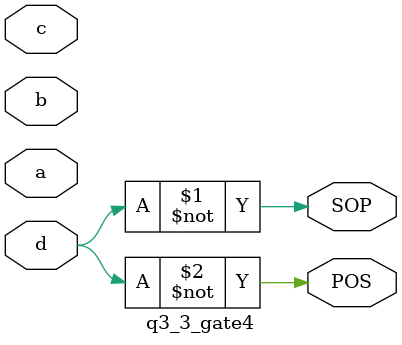
<source format=v>

module q3_3_gate1(input a, input b, input c, input d, output SOP, output POS);
assign SOP = a  |(b&d) | (b&c);
assign POS = (a | b)&(a | c| d) ;

endmodule



module q3_3_gate2(input a, input b, input c, input d, output SOP, output POS);
assign SOP =   (~b&d) | (~b&c) | (b&~c&~d);
assign POS  = (~b+ ~d) &(~b | ~c) &(b | c | d);
endmodule




module q3_3_gate3(input a, input b, input c, input d, output SOP, output POS);
assign SOP =   (~c&(~d)) | (c&d);
assign POS = (c | ~d) &(~c | d);
endmodule



module q3_3_gate4(input a, input b, input c, input d, output SOP, output POS);
assign SOP =~d;
assign POS = ~d;
endmodule
</source>
